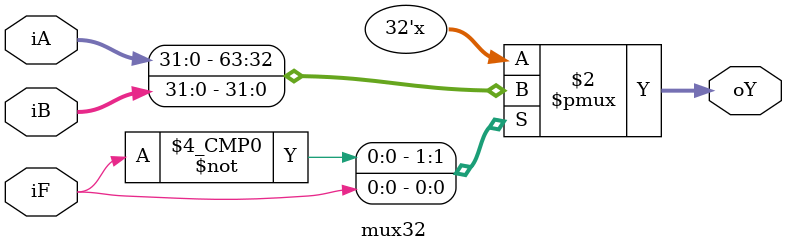
<source format=sv>
module mux32(
  input logic [31:0] iA,
  input logic [31:0] iB,
  input logic iF,
  output logic [31:0] oY
);
  always_comb 
    case(iF)
      1'b0: oY = iA; 
      1'b1: oY = iB;
      default: oY = 8'h00000000;
    endcase
endmodule
</source>
